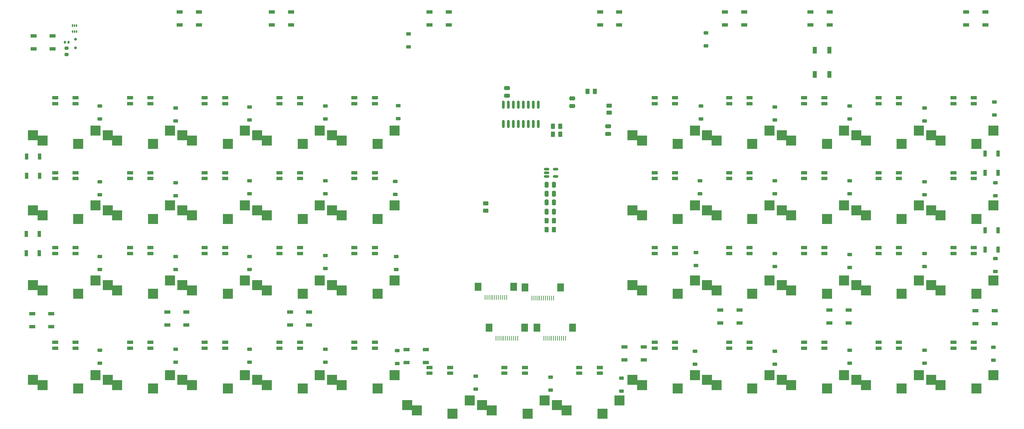
<source format=gbr>
%TF.GenerationSoftware,KiCad,Pcbnew,7.0.2*%
%TF.CreationDate,2023-05-02T21:20:21+02:00*%
%TF.ProjectId,Block,426c6f63-6b2e-46b6-9963-61645f706362,rev?*%
%TF.SameCoordinates,Original*%
%TF.FileFunction,Paste,Bot*%
%TF.FilePolarity,Positive*%
%FSLAX46Y46*%
G04 Gerber Fmt 4.6, Leading zero omitted, Abs format (unit mm)*
G04 Created by KiCad (PCBNEW 7.0.2) date 2023-05-02 21:20:21*
%MOMM*%
%LPD*%
G01*
G04 APERTURE LIST*
G04 Aperture macros list*
%AMRoundRect*
0 Rectangle with rounded corners*
0 $1 Rounding radius*
0 $2 $3 $4 $5 $6 $7 $8 $9 X,Y pos of 4 corners*
0 Add a 4 corners polygon primitive as box body*
4,1,4,$2,$3,$4,$5,$6,$7,$8,$9,$2,$3,0*
0 Add four circle primitives for the rounded corners*
1,1,$1+$1,$2,$3*
1,1,$1+$1,$4,$5*
1,1,$1+$1,$6,$7*
1,1,$1+$1,$8,$9*
0 Add four rect primitives between the rounded corners*
20,1,$1+$1,$2,$3,$4,$5,0*
20,1,$1+$1,$4,$5,$6,$7,0*
20,1,$1+$1,$6,$7,$8,$9,0*
20,1,$1+$1,$8,$9,$2,$3,0*%
G04 Aperture macros list end*
%ADD10RoundRect,0.085000X-0.085000X0.265000X-0.085000X-0.265000X0.085000X-0.265000X0.085000X0.265000X0*%
%ADD11O,0.340000X0.700000*%
%ADD12R,2.600000X2.600000*%
%ADD13R,2.550000X2.500000*%
%ADD14RoundRect,0.082000X-0.718000X0.328000X-0.718000X-0.328000X0.718000X-0.328000X0.718000X0.328000X0*%
%ADD15R,1.500000X0.900000*%
%ADD16RoundRect,0.225000X0.375000X-0.225000X0.375000X0.225000X-0.375000X0.225000X-0.375000X-0.225000X0*%
%ADD17R,0.900000X1.500000*%
%ADD18RoundRect,0.150000X-0.150000X0.175000X-0.150000X-0.175000X0.150000X-0.175000X0.150000X0.175000X0*%
%ADD19RoundRect,0.250000X0.250000X0.475000X-0.250000X0.475000X-0.250000X-0.475000X0.250000X-0.475000X0*%
%ADD20R,1.800000X2.000000*%
%ADD21R,0.280000X1.250000*%
%ADD22RoundRect,0.150000X0.150000X-0.825000X0.150000X0.825000X-0.150000X0.825000X-0.150000X-0.825000X0*%
%ADD23RoundRect,0.250000X-0.475000X0.250000X-0.475000X-0.250000X0.475000X-0.250000X0.475000X0.250000X0*%
%ADD24RoundRect,0.140000X-0.140000X-0.170000X0.140000X-0.170000X0.140000X0.170000X-0.140000X0.170000X0*%
%ADD25RoundRect,0.250000X-0.262500X-0.450000X0.262500X-0.450000X0.262500X0.450000X-0.262500X0.450000X0*%
%ADD26RoundRect,0.250000X0.450000X-0.262500X0.450000X0.262500X-0.450000X0.262500X-0.450000X-0.262500X0*%
%ADD27RoundRect,0.218750X0.256250X-0.218750X0.256250X0.218750X-0.256250X0.218750X-0.256250X-0.218750X0*%
%ADD28RoundRect,0.250000X-0.250000X-0.475000X0.250000X-0.475000X0.250000X0.475000X-0.250000X0.475000X0*%
%ADD29RoundRect,0.250000X0.262500X0.450000X-0.262500X0.450000X-0.262500X-0.450000X0.262500X-0.450000X0*%
%ADD30RoundRect,0.150000X-0.512500X-0.150000X0.512500X-0.150000X0.512500X0.150000X-0.512500X0.150000X0*%
%ADD31RoundRect,0.250000X0.475000X-0.250000X0.475000X0.250000X-0.475000X0.250000X-0.475000X-0.250000X0*%
%ADD32RoundRect,0.225000X-0.375000X0.225000X-0.375000X-0.225000X0.375000X-0.225000X0.375000X0.225000X0*%
%ADD33R,1.100000X1.800000*%
G04 APERTURE END LIST*
D10*
%TO.C,U6*%
X110080000Y-66842000D03*
D11*
X110580000Y-66842000D03*
X111080000Y-66842000D03*
X111080000Y-68342000D03*
X110580000Y-68342000D03*
X110080000Y-68342000D03*
%TD*%
D12*
%TO.C,SW20*%
X168597257Y-135195308D03*
D13*
X172944668Y-131782000D03*
D12*
X157049668Y-132992000D03*
D13*
X159480256Y-134325308D03*
%TD*%
D12*
%TO.C,SW25*%
X302065589Y-116097308D03*
D13*
X306413000Y-112684000D03*
D12*
X290518000Y-113894000D03*
D13*
X292948588Y-115227308D03*
%TD*%
D14*
%TO.C,D68*%
X181797588Y-104314000D03*
X181797588Y-105814000D03*
X186997588Y-105814000D03*
X186997588Y-104314000D03*
%TD*%
D12*
%TO.C,SW21*%
X283056923Y-159317308D03*
D13*
X287404334Y-155904000D03*
D12*
X271509334Y-157114000D03*
D13*
X273939922Y-158447308D03*
%TD*%
D12*
%TO.C,SW9*%
X149568589Y-116097308D03*
D13*
X153916000Y-112684000D03*
D12*
X138021000Y-113894000D03*
D13*
X140451588Y-115227308D03*
%TD*%
D14*
%TO.C,D85*%
X143696000Y-147534000D03*
X143696000Y-149034000D03*
X148896000Y-149034000D03*
X148896000Y-147534000D03*
%TD*%
%TO.C,D51*%
X296193000Y-147534000D03*
X296193000Y-149034000D03*
X301393000Y-149034000D03*
X301393000Y-147534000D03*
%TD*%
%TO.C,D73*%
X239014000Y-153946039D03*
X239014000Y-155446039D03*
X244214000Y-155446039D03*
X244214000Y-153946039D03*
%TD*%
D12*
%TO.C,SW5*%
X130539923Y-116097308D03*
D13*
X134887334Y-112684000D03*
D12*
X118992334Y-113894000D03*
D13*
X121422922Y-115227308D03*
%TD*%
D14*
%TO.C,D61*%
X162724668Y-104314000D03*
X162724668Y-105814000D03*
X167924668Y-105814000D03*
X167924668Y-104314000D03*
%TD*%
%TO.C,D48*%
X143696000Y-123412000D03*
X143696000Y-124912000D03*
X148896000Y-124912000D03*
X148896000Y-123412000D03*
%TD*%
D12*
%TO.C,SW27*%
X302065589Y-135195308D03*
D13*
X306413000Y-131782000D03*
D12*
X290518000Y-132992000D03*
D13*
X292948588Y-134325308D03*
%TD*%
D14*
%TO.C,D60*%
X143696000Y-85230039D03*
X143696000Y-86730039D03*
X148896000Y-86730039D03*
X148896000Y-85230039D03*
%TD*%
%TO.C,D52*%
X181797588Y-147534000D03*
X181797588Y-149034000D03*
X186997588Y-149034000D03*
X186997588Y-147534000D03*
%TD*%
D12*
%TO.C,SW22*%
X244886589Y-165729347D03*
D13*
X249234000Y-162316039D03*
D12*
X233339000Y-163526039D03*
D13*
X235769588Y-164859347D03*
%TD*%
D12*
%TO.C,SW43*%
X264078589Y-135195308D03*
D13*
X268426000Y-131782000D03*
D12*
X252531000Y-132992000D03*
D13*
X254961588Y-134325308D03*
%TD*%
D12*
%TO.C,SW8*%
X149568589Y-97013347D03*
D13*
X153916000Y-93600039D03*
D12*
X138021000Y-94810039D03*
D13*
X140451588Y-96143347D03*
%TD*%
D14*
%TO.C,D45*%
X277184334Y-147534000D03*
X277184334Y-149034000D03*
X282384334Y-149034000D03*
X282384334Y-147534000D03*
%TD*%
%TO.C,D87*%
X277184334Y-85230039D03*
X277184334Y-86730039D03*
X282384334Y-86730039D03*
X282384334Y-85230039D03*
%TD*%
%TO.C,D46*%
X181797588Y-85230039D03*
X181797588Y-86730039D03*
X186997588Y-86730039D03*
X186997588Y-85230039D03*
%TD*%
%TO.C,D88*%
X315201666Y-123412000D03*
X315201666Y-124912000D03*
X320401666Y-124912000D03*
X320401666Y-123412000D03*
%TD*%
D12*
%TO.C,SW46*%
X340082923Y-135195308D03*
D13*
X344430334Y-131782000D03*
D12*
X328535334Y-132992000D03*
D13*
X330965922Y-134325308D03*
%TD*%
D12*
%TO.C,SW41*%
X187672589Y-159314000D03*
D13*
X192020000Y-155900692D03*
D12*
X176125000Y-157110692D03*
D13*
X178555588Y-158444000D03*
%TD*%
D12*
%TO.C,SW1*%
X111511257Y-97013347D03*
D13*
X115858668Y-93600039D03*
D12*
X99963668Y-94810039D03*
D13*
X102394256Y-96143347D03*
%TD*%
D12*
%TO.C,SW33*%
X340082923Y-116097308D03*
D13*
X344430334Y-112684000D03*
D12*
X328535334Y-113894000D03*
D13*
X330965922Y-115227308D03*
%TD*%
D12*
%TO.C,SW26*%
X302065589Y-159317308D03*
D13*
X306413000Y-155904000D03*
D12*
X290518000Y-157114000D03*
D13*
X292948588Y-158447308D03*
%TD*%
D14*
%TO.C,D47*%
X124667334Y-104314000D03*
X124667334Y-105814000D03*
X129867334Y-105814000D03*
X129867334Y-104314000D03*
%TD*%
%TO.C,D63*%
X258206000Y-104314000D03*
X258206000Y-105814000D03*
X263406000Y-105814000D03*
X263406000Y-104314000D03*
%TD*%
%TO.C,D55*%
X124667334Y-123412000D03*
X124667334Y-124912000D03*
X129867334Y-124912000D03*
X129867334Y-123412000D03*
%TD*%
%TO.C,D59*%
X200906000Y-153946039D03*
X200906000Y-155446039D03*
X206106000Y-155446039D03*
X206106000Y-153946039D03*
%TD*%
D12*
%TO.C,SW23*%
X283056923Y-135195308D03*
D13*
X287404334Y-131782000D03*
D12*
X271509334Y-132992000D03*
D13*
X273939922Y-134325308D03*
%TD*%
D12*
%TO.C,SW7*%
X130539923Y-159317308D03*
D13*
X134887334Y-155904000D03*
D12*
X118992334Y-157114000D03*
D13*
X121422922Y-158447308D03*
%TD*%
D12*
%TO.C,SW34*%
X340082923Y-159317308D03*
D13*
X344430334Y-155904000D03*
D12*
X328535334Y-157114000D03*
D13*
X330965922Y-158447308D03*
%TD*%
D14*
%TO.C,D54*%
X143696000Y-104314000D03*
X143696000Y-105814000D03*
X148896000Y-105814000D03*
X148896000Y-104314000D03*
%TD*%
D12*
%TO.C,SW29*%
X321074255Y-116097308D03*
D13*
X325421666Y-112684000D03*
D12*
X309526666Y-113894000D03*
D13*
X311957254Y-115227308D03*
%TD*%
D14*
%TO.C,D41*%
X162724668Y-147534000D03*
X162724668Y-149034000D03*
X167924668Y-149034000D03*
X167924668Y-147534000D03*
%TD*%
%TO.C,D62*%
X105638668Y-123412000D03*
X105638668Y-124912000D03*
X110838668Y-124912000D03*
X110838668Y-123412000D03*
%TD*%
D12*
%TO.C,SW11*%
X149568589Y-159317308D03*
D13*
X153916000Y-155904000D03*
D12*
X138021000Y-157114000D03*
D13*
X140451588Y-158447308D03*
%TD*%
D12*
%TO.C,SW31*%
X321074255Y-159317308D03*
D13*
X325421666Y-155904000D03*
D12*
X309526666Y-157114000D03*
D13*
X311957254Y-158447308D03*
%TD*%
D14*
%TO.C,D89*%
X258206000Y-147534000D03*
X258206000Y-149034000D03*
X263406000Y-149034000D03*
X263406000Y-147534000D03*
%TD*%
D12*
%TO.C,SW15*%
X149568589Y-135195308D03*
D13*
X153916000Y-131782000D03*
D12*
X138021000Y-132992000D03*
D13*
X140451588Y-134325308D03*
%TD*%
D12*
%TO.C,SW13*%
X168597257Y-97013347D03*
D13*
X172944668Y-93600039D03*
D12*
X157049668Y-94810039D03*
D13*
X159480256Y-96143347D03*
%TD*%
D12*
%TO.C,SW16*%
X168597257Y-159317308D03*
D13*
X172944668Y-155904000D03*
D12*
X157049668Y-157114000D03*
D13*
X159480256Y-158447308D03*
%TD*%
D12*
%TO.C,SW24*%
X302065589Y-97013347D03*
D13*
X306413000Y-93600039D03*
D12*
X290518000Y-94810039D03*
D13*
X292948588Y-96143347D03*
%TD*%
D14*
%TO.C,D53*%
X162724668Y-85230039D03*
X162724668Y-86730039D03*
X167924668Y-86730039D03*
X167924668Y-85230039D03*
%TD*%
%TO.C,D92*%
X258206000Y-85230039D03*
X258206000Y-86730039D03*
X263406000Y-86730039D03*
X263406000Y-85230039D03*
%TD*%
%TO.C,D42*%
X296193000Y-123412000D03*
X296193000Y-124912000D03*
X301393000Y-124912000D03*
X301393000Y-123412000D03*
%TD*%
D12*
%TO.C,SW19*%
X283056923Y-116097308D03*
D13*
X287404334Y-112684000D03*
D12*
X271509334Y-113894000D03*
D13*
X273939922Y-115227308D03*
%TD*%
D14*
%TO.C,D90*%
X105638668Y-104314000D03*
X105638668Y-105814000D03*
X110838668Y-105814000D03*
X110838668Y-104314000D03*
%TD*%
%TO.C,D83*%
X181797588Y-123412000D03*
X181797588Y-124912000D03*
X186997588Y-124912000D03*
X186997588Y-123412000D03*
%TD*%
%TO.C,D86*%
X296193000Y-104314000D03*
X296193000Y-105814000D03*
X301393000Y-105814000D03*
X301393000Y-104314000D03*
%TD*%
D12*
%TO.C,SW39*%
X187672589Y-116094000D03*
D13*
X192020000Y-112680692D03*
D12*
X176125000Y-113890692D03*
D13*
X178555588Y-115224000D03*
%TD*%
D12*
%TO.C,SW28*%
X321074255Y-97013347D03*
D13*
X325421666Y-93600039D03*
D12*
X309526666Y-94810039D03*
D13*
X311957254Y-96143347D03*
%TD*%
D12*
%TO.C,SW14*%
X168597257Y-116097308D03*
D13*
X172944668Y-112684000D03*
D12*
X157049668Y-113894000D03*
D13*
X159480256Y-115227308D03*
%TD*%
D14*
%TO.C,D49*%
X277184334Y-123412000D03*
X277184334Y-124912000D03*
X282384334Y-124912000D03*
X282384334Y-123412000D03*
%TD*%
%TO.C,D70*%
X277184334Y-104314000D03*
X277184334Y-105814000D03*
X282384334Y-105814000D03*
X282384334Y-104314000D03*
%TD*%
D12*
%TO.C,SW4*%
X130539923Y-97013347D03*
D13*
X134887334Y-93600039D03*
D12*
X118992334Y-94810039D03*
D13*
X121422922Y-96143347D03*
%TD*%
D12*
%TO.C,SW45*%
X264078589Y-97013347D03*
D13*
X268426000Y-93600039D03*
D12*
X252531000Y-94810039D03*
D13*
X254961588Y-96143347D03*
%TD*%
D14*
%TO.C,D64*%
X315201666Y-85230039D03*
X315201666Y-86730039D03*
X320401666Y-86730039D03*
X320401666Y-85230039D03*
%TD*%
D12*
%TO.C,SW6*%
X111511257Y-135195308D03*
D13*
X115858668Y-131782000D03*
D12*
X99963668Y-132992000D03*
D13*
X102394256Y-134325308D03*
%TD*%
D12*
%TO.C,SW38*%
X187672589Y-97010039D03*
D13*
X192020000Y-93596731D03*
D12*
X176125000Y-94806731D03*
D13*
X178555588Y-96140039D03*
%TD*%
D14*
%TO.C,D50*%
X334210334Y-104314000D03*
X334210334Y-105814000D03*
X339410334Y-105814000D03*
X339410334Y-104314000D03*
%TD*%
D12*
%TO.C,SW12*%
X206778589Y-165729347D03*
D13*
X211126000Y-162316039D03*
D12*
X195231000Y-163526039D03*
D13*
X197661588Y-164859347D03*
%TD*%
D12*
%TO.C,SW2*%
X111511257Y-116097308D03*
D13*
X115858668Y-112684000D03*
D12*
X99963668Y-113894000D03*
D13*
X102394256Y-115227308D03*
%TD*%
D12*
%TO.C,SW44*%
X264078589Y-116097308D03*
D13*
X268426000Y-112684000D03*
D12*
X252531000Y-113894000D03*
D13*
X254961588Y-115227308D03*
%TD*%
D14*
%TO.C,D44*%
X315201666Y-104314000D03*
X315201666Y-105814000D03*
X320401666Y-105814000D03*
X320401666Y-104314000D03*
%TD*%
D12*
%TO.C,SW17*%
X225842589Y-165729347D03*
D13*
X230190000Y-162316039D03*
D12*
X214295000Y-163526039D03*
D13*
X216725588Y-164859347D03*
%TD*%
D12*
%TO.C,SW42*%
X264078589Y-159317308D03*
D13*
X268426000Y-155904000D03*
D12*
X252531000Y-157114000D03*
D13*
X254961588Y-158447308D03*
%TD*%
D14*
%TO.C,D74*%
X105638668Y-85230039D03*
X105638668Y-86730039D03*
X110838668Y-86730039D03*
X110838668Y-85230039D03*
%TD*%
%TO.C,D72*%
X334210334Y-123412000D03*
X334210334Y-124912000D03*
X339410334Y-124912000D03*
X339410334Y-123412000D03*
%TD*%
%TO.C,D69*%
X105638668Y-147534000D03*
X105638668Y-149034000D03*
X110838668Y-149034000D03*
X110838668Y-147534000D03*
%TD*%
%TO.C,D71*%
X296193000Y-85230039D03*
X296193000Y-86730039D03*
X301393000Y-86730039D03*
X301393000Y-85230039D03*
%TD*%
%TO.C,D67*%
X124667334Y-85230039D03*
X124667334Y-86730039D03*
X129867334Y-86730039D03*
X129867334Y-85230039D03*
%TD*%
%TO.C,D57*%
X334210334Y-85230039D03*
X334210334Y-86730039D03*
X339410334Y-86730039D03*
X339410334Y-85230039D03*
%TD*%
%TO.C,D91*%
X162724668Y-123412000D03*
X162724668Y-124912000D03*
X167924668Y-124912000D03*
X167924668Y-123412000D03*
%TD*%
%TO.C,D58*%
X315201666Y-147534000D03*
X315201666Y-149034000D03*
X320401666Y-149034000D03*
X320401666Y-147534000D03*
%TD*%
D12*
%TO.C,SW3*%
X111511257Y-159317308D03*
D13*
X115858668Y-155904000D03*
D12*
X99963668Y-157114000D03*
D13*
X102394256Y-158447308D03*
%TD*%
D14*
%TO.C,D84*%
X124667334Y-147534000D03*
X124667334Y-149034000D03*
X129867334Y-149034000D03*
X129867334Y-147534000D03*
%TD*%
D12*
%TO.C,SW18*%
X283056923Y-97013347D03*
D13*
X287404334Y-93600039D03*
D12*
X271509334Y-94810039D03*
D13*
X273939922Y-96143347D03*
%TD*%
D14*
%TO.C,D66*%
X219970000Y-153946039D03*
X219970000Y-155446039D03*
X225170000Y-155446039D03*
X225170000Y-153946039D03*
%TD*%
D12*
%TO.C,SW10*%
X130539923Y-135195308D03*
D13*
X134887334Y-131782000D03*
D12*
X118992334Y-132992000D03*
D13*
X121422922Y-134325308D03*
%TD*%
D12*
%TO.C,SW32*%
X340082923Y-97013347D03*
D13*
X344430334Y-93600039D03*
D12*
X328535334Y-94810039D03*
D13*
X330965922Y-96143347D03*
%TD*%
D12*
%TO.C,SW40*%
X187672589Y-135192000D03*
D13*
X192020000Y-131778692D03*
D12*
X176125000Y-132988692D03*
D13*
X178555588Y-134322000D03*
%TD*%
D12*
%TO.C,SW30*%
X321074255Y-135195308D03*
D13*
X325421666Y-131782000D03*
D12*
X309526666Y-132992000D03*
D13*
X311957254Y-134325308D03*
%TD*%
D14*
%TO.C,D65*%
X334210334Y-147534000D03*
X334210334Y-149034000D03*
X339410334Y-149034000D03*
X339410334Y-147534000D03*
%TD*%
%TO.C,D56*%
X258206000Y-123412000D03*
X258206000Y-124912000D03*
X263406000Y-124912000D03*
X263406000Y-123412000D03*
%TD*%
D15*
%TO.C,D96*%
X280982000Y-63402000D03*
X280982000Y-66702000D03*
X276082000Y-66702000D03*
X276082000Y-63402000D03*
%TD*%
D16*
%TO.C,D9*%
X155115194Y-109675332D03*
X155115194Y-106375332D03*
%TD*%
D17*
%TO.C,D38*%
X342250000Y-99432000D03*
X345550000Y-99432000D03*
X345550000Y-104332000D03*
X342250000Y-104332000D03*
%TD*%
D16*
%TO.C,D33*%
X344895194Y-110183332D03*
X344895194Y-106883332D03*
%TD*%
%TO.C,D16*%
X174419194Y-152601332D03*
X174419194Y-149301332D03*
%TD*%
%TO.C,D5*%
X136319194Y-110183332D03*
X136319194Y-106883332D03*
%TD*%
%TO.C,D10*%
X136319194Y-128979332D03*
X136319194Y-125679332D03*
%TD*%
D18*
%TO.C,D40*%
X110834000Y-70277000D03*
X110834000Y-72527000D03*
%TD*%
D15*
%TO.C,D39*%
X342376000Y-63402000D03*
X342376000Y-66702000D03*
X337476000Y-66702000D03*
X337476000Y-63402000D03*
%TD*%
D19*
%TO.C,C4*%
X232575219Y-107401582D03*
X230675219Y-107401582D03*
%TD*%
D15*
%TO.C,D94*%
X302752000Y-63402000D03*
X302752000Y-66702000D03*
X297852000Y-66702000D03*
X297852000Y-63402000D03*
%TD*%
%TO.C,D101*%
X170286000Y-139856000D03*
X170286000Y-143156000D03*
X165386000Y-143156000D03*
X165386000Y-139856000D03*
%TD*%
D20*
%TO.C,J2*%
X213218000Y-133422000D03*
X222318000Y-133422000D03*
D21*
X220518000Y-136146000D03*
X220018000Y-136146000D03*
X219518000Y-136146000D03*
X219018000Y-136146000D03*
X218518000Y-136146000D03*
X218018000Y-136146000D03*
X217518000Y-136146000D03*
X217018000Y-136146000D03*
X216518000Y-136146000D03*
X216018000Y-136146000D03*
X215518000Y-136146000D03*
X215018000Y-136146000D03*
%TD*%
D16*
%TO.C,D6*%
X117015194Y-128979332D03*
X117015194Y-125679332D03*
%TD*%
D15*
%TO.C,D106*%
X105008000Y-69498000D03*
X105008000Y-72798000D03*
X100108000Y-72798000D03*
X100108000Y-69498000D03*
%TD*%
D16*
%TO.C,D12*%
X212667194Y-159459332D03*
X212667194Y-156159332D03*
%TD*%
%TO.C,D26*%
X307811194Y-152855332D03*
X307811194Y-149555332D03*
%TD*%
%TO.C,D11*%
X155115194Y-152601332D03*
X155115194Y-149301332D03*
%TD*%
D22*
%TO.C,U2*%
X228563000Y-91911000D03*
X227293000Y-91911000D03*
X226023000Y-91911000D03*
X224753000Y-91911000D03*
X223483000Y-91911000D03*
X222213000Y-91911000D03*
X220943000Y-91911000D03*
X219673000Y-91911000D03*
X219673000Y-86961000D03*
X220943000Y-86961000D03*
X222213000Y-86961000D03*
X223483000Y-86961000D03*
X224753000Y-86961000D03*
X226023000Y-86961000D03*
X227293000Y-86961000D03*
X228563000Y-86961000D03*
%TD*%
D23*
%TO.C,C8*%
X237227944Y-85419504D03*
X237227944Y-87319504D03*
%TD*%
D15*
%TO.C,D102*%
X139044000Y-139856000D03*
X139044000Y-143156000D03*
X134144000Y-143156000D03*
X134144000Y-139856000D03*
%TD*%
D24*
%TO.C,C6*%
X108090746Y-71103467D03*
X109050746Y-71103467D03*
%TD*%
D15*
%TO.C,D108*%
X205798000Y-63402000D03*
X205798000Y-66702000D03*
X200898000Y-66702000D03*
X200898000Y-63402000D03*
%TD*%
D17*
%TO.C,D37*%
X342250000Y-118990000D03*
X345550000Y-118990000D03*
X345550000Y-123890000D03*
X342250000Y-123890000D03*
%TD*%
D16*
%TO.C,D14*%
X174419194Y-109675332D03*
X174419194Y-106375332D03*
%TD*%
%TO.C,D21*%
X288761194Y-153109332D03*
X288761194Y-149809332D03*
%TD*%
%TO.C,D18*%
X288761194Y-90879332D03*
X288761194Y-87579332D03*
%TD*%
%TO.C,D80*%
X268695194Y-127963332D03*
X268695194Y-124663332D03*
%TD*%
%TO.C,D29*%
X326861194Y-109929332D03*
X326861194Y-106629332D03*
%TD*%
D20*
%TO.C,J1*%
X225156000Y-133540000D03*
X234256000Y-133540000D03*
D21*
X232456000Y-136264000D03*
X231956000Y-136264000D03*
X231456000Y-136264000D03*
X230956000Y-136264000D03*
X230456000Y-136264000D03*
X229956000Y-136264000D03*
X229456000Y-136264000D03*
X228956000Y-136264000D03*
X228456000Y-136264000D03*
X227956000Y-136264000D03*
X227456000Y-136264000D03*
X226956000Y-136264000D03*
%TD*%
D25*
%TO.C,R1*%
X230712717Y-118831583D03*
X232537717Y-118831583D03*
%TD*%
%TO.C,R2*%
X230712719Y-116545584D03*
X232537719Y-116545584D03*
%TD*%
D20*
%TO.C,J6*%
X216012000Y-143836000D03*
X225112000Y-143836000D03*
D21*
X223312000Y-146560000D03*
X222812000Y-146560000D03*
X222312000Y-146560000D03*
X221812000Y-146560000D03*
X221312000Y-146560000D03*
X220812000Y-146560000D03*
X220312000Y-146560000D03*
X219812000Y-146560000D03*
X219312000Y-146560000D03*
X218812000Y-146560000D03*
X218312000Y-146560000D03*
X217812000Y-146560000D03*
%TD*%
D16*
%TO.C,D25*%
X307811194Y-109675332D03*
X307811194Y-106375332D03*
%TD*%
%TO.C,D32*%
X344641194Y-89609332D03*
X344641194Y-86309332D03*
%TD*%
D23*
%TO.C,C7*%
X246371944Y-92531504D03*
X246371944Y-94431504D03*
%TD*%
D17*
%TO.C,D104*%
X98248000Y-119916000D03*
X101548000Y-119916000D03*
X101548000Y-124816000D03*
X98248000Y-124816000D03*
%TD*%
D16*
%TO.C,D2*%
X117015194Y-109929332D03*
X117015194Y-106629332D03*
%TD*%
D15*
%TO.C,D93*%
X255386000Y-148746000D03*
X255386000Y-152046000D03*
X250486000Y-152046000D03*
X250486000Y-148746000D03*
%TD*%
D26*
%TO.C,R3*%
X215173945Y-113978007D03*
X215173945Y-112153007D03*
%TD*%
%TO.C,R4*%
X246625944Y-89060004D03*
X246625944Y-87235004D03*
%TD*%
D16*
%TO.C,D13*%
X174419194Y-90625332D03*
X174419194Y-87325332D03*
%TD*%
D15*
%TO.C,D99*%
X339836000Y-142774000D03*
X339836000Y-139474000D03*
X344736000Y-139474000D03*
X344736000Y-142774000D03*
%TD*%
D16*
%TO.C,D82*%
X269965194Y-90625332D03*
X269965194Y-87325332D03*
%TD*%
%TO.C,D79*%
X268441194Y-153109332D03*
X268441194Y-149809332D03*
%TD*%
D20*
%TO.C,J3*%
X228204000Y-143836000D03*
X237304000Y-143836000D03*
D21*
X235504000Y-146560000D03*
X235004000Y-146560000D03*
X234504000Y-146560000D03*
X234004000Y-146560000D03*
X233504000Y-146560000D03*
X233004000Y-146560000D03*
X232504000Y-146560000D03*
X232004000Y-146560000D03*
X231504000Y-146560000D03*
X231004000Y-146560000D03*
X230504000Y-146560000D03*
X230004000Y-146560000D03*
%TD*%
D15*
%TO.C,D95*%
X279802000Y-139348000D03*
X279802000Y-142648000D03*
X274902000Y-142648000D03*
X274902000Y-139348000D03*
%TD*%
D16*
%TO.C,D77*%
X192453194Y-128979332D03*
X192453194Y-125679332D03*
%TD*%
%TO.C,D4*%
X136319194Y-91133332D03*
X136319194Y-87833332D03*
%TD*%
D27*
%TO.C,F1*%
X108503221Y-74179496D03*
X108503221Y-72604496D03*
%TD*%
D16*
%TO.C,D7*%
X136319194Y-152601332D03*
X136319194Y-149301332D03*
%TD*%
%TO.C,D31*%
X326861194Y-152855332D03*
X326861194Y-149555332D03*
%TD*%
D15*
%TO.C,D98*%
X249190000Y-63402000D03*
X249190000Y-66702000D03*
X244290000Y-66702000D03*
X244290000Y-63402000D03*
%TD*%
D16*
%TO.C,D17*%
X231717194Y-159713332D03*
X231717194Y-156413332D03*
%TD*%
%TO.C,D76*%
X192201606Y-109878024D03*
X192201606Y-106578024D03*
%TD*%
%TO.C,D20*%
X174419194Y-128725332D03*
X174419194Y-125425332D03*
%TD*%
%TO.C,D15*%
X155115194Y-128979332D03*
X155115194Y-125679332D03*
%TD*%
%TO.C,D23*%
X288761194Y-128217332D03*
X288761194Y-124917332D03*
%TD*%
D28*
%TO.C,C3*%
X230675219Y-109687586D03*
X232575219Y-109687586D03*
%TD*%
D16*
%TO.C,D75*%
X192963606Y-90548063D03*
X192963606Y-87248063D03*
%TD*%
D29*
%TO.C,R6*%
X234174500Y-92484000D03*
X232349500Y-92484000D03*
%TD*%
D16*
%TO.C,D8*%
X155115194Y-90879332D03*
X155115194Y-87579332D03*
%TD*%
D29*
%TO.C,R5*%
X234174500Y-94516000D03*
X232349500Y-94516000D03*
%TD*%
D16*
%TO.C,D30*%
X326861194Y-128217332D03*
X326861194Y-124917332D03*
%TD*%
D15*
%TO.C,D103*%
X104664000Y-140238000D03*
X104664000Y-143538000D03*
X99764000Y-143538000D03*
X99764000Y-140238000D03*
%TD*%
D16*
%TO.C,D22*%
X249751194Y-159967332D03*
X249751194Y-156667332D03*
%TD*%
%TO.C,D19*%
X288761194Y-109675332D03*
X288761194Y-106375332D03*
%TD*%
D15*
%TO.C,D107*%
X142208000Y-63402000D03*
X142208000Y-66702000D03*
X137308000Y-66702000D03*
X137308000Y-63402000D03*
%TD*%
%TO.C,D100*%
X199956000Y-149382000D03*
X199956000Y-152682000D03*
X195056000Y-152682000D03*
X195056000Y-149382000D03*
%TD*%
D16*
%TO.C,D27*%
X307811194Y-128471332D03*
X307811194Y-125171332D03*
%TD*%
D30*
%TO.C,U3*%
X230741716Y-105303582D03*
X230741716Y-104353582D03*
X230741716Y-103403582D03*
X233016716Y-103403582D03*
X233016716Y-105303582D03*
%TD*%
D16*
%TO.C,D28*%
X326861194Y-91133332D03*
X326861194Y-87833332D03*
%TD*%
%TO.C,D78*%
X192709606Y-152925985D03*
X192709606Y-149625985D03*
%TD*%
D31*
%TO.C,C5*%
X220628651Y-84685921D03*
X220628651Y-82785921D03*
%TD*%
D16*
%TO.C,D34*%
X344387194Y-152093332D03*
X344387194Y-148793332D03*
%TD*%
D32*
%TO.C,D36*%
X195542806Y-68942668D03*
X195542806Y-72242668D03*
%TD*%
D28*
%TO.C,C1*%
X230675218Y-114259583D03*
X232575218Y-114259583D03*
%TD*%
D33*
%TO.C,SW35*%
X298976000Y-79328000D03*
X298976000Y-73128000D03*
X302676000Y-79328000D03*
X302676000Y-73128000D03*
%TD*%
D16*
%TO.C,D81*%
X269711194Y-109675332D03*
X269711194Y-106375332D03*
%TD*%
D17*
%TO.C,D105*%
X98384000Y-100194000D03*
X101684000Y-100194000D03*
X101684000Y-105094000D03*
X98384000Y-105094000D03*
%TD*%
D15*
%TO.C,D97*%
X307594000Y-139348000D03*
X307594000Y-142648000D03*
X302694000Y-142648000D03*
X302694000Y-139348000D03*
%TD*%
%TO.C,D109*%
X165698000Y-63402000D03*
X165698000Y-66702000D03*
X160798000Y-66702000D03*
X160798000Y-63402000D03*
%TD*%
D32*
%TO.C,D35*%
X271276806Y-68688668D03*
X271276806Y-71988668D03*
%TD*%
D28*
%TO.C,C2*%
X230675217Y-111892762D03*
X232575217Y-111892762D03*
%TD*%
D16*
%TO.C,D1*%
X117015194Y-90625332D03*
X117015194Y-87325332D03*
%TD*%
%TO.C,D3*%
X117015194Y-152855332D03*
X117015194Y-149555332D03*
%TD*%
%TO.C,D43*%
X344895194Y-129487332D03*
X344895194Y-126187332D03*
%TD*%
%TO.C,D24*%
X307811194Y-90625332D03*
X307811194Y-87325332D03*
%TD*%
D25*
%TO.C,R7*%
X241141444Y-83575504D03*
X242966444Y-83575504D03*
%TD*%
M02*

</source>
